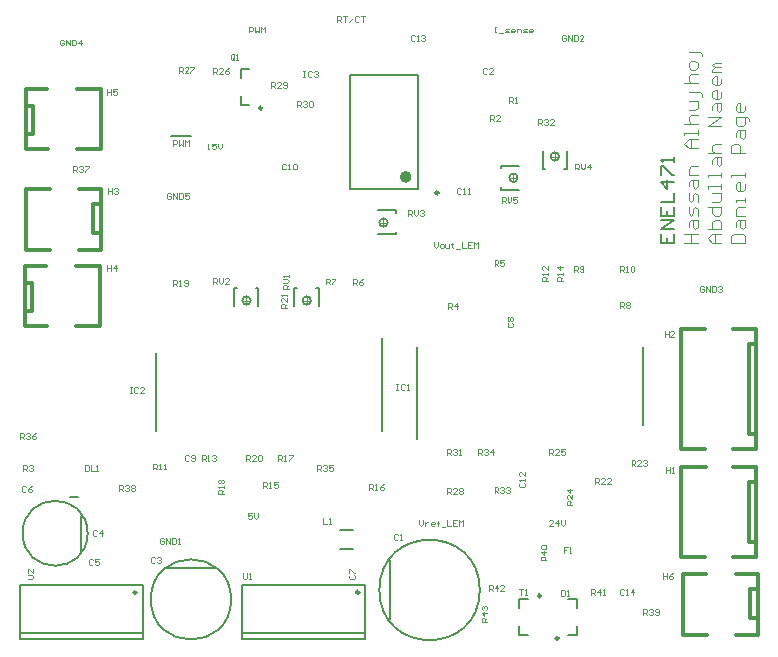
<source format=gto>
G04*
G04 #@! TF.GenerationSoftware,Altium Limited,Altium Designer,19.1.9 (167)*
G04*
G04 Layer_Color=65535*
%FSLAX43Y43*%
%MOMM*%
G71*
G01*
G75*
%ADD10C,0.200*%
%ADD11C,0.500*%
%ADD12C,0.250*%
%ADD13C,0.150*%
%ADD14C,0.100*%
%ADD15C,0.305*%
%ADD16C,0.300*%
D10*
X31754Y35700D02*
G03*
X31754Y35700I-354J0D01*
G01*
X42754Y39500D02*
G03*
X42754Y39500I-354J0D01*
G01*
X46254Y41300D02*
G03*
X46254Y41300I-354J0D01*
G01*
X20154Y29100D02*
G03*
X20154Y29100I-354J0D01*
G01*
X25254D02*
G03*
X25254Y29100I-354J0D01*
G01*
X13400Y43000D02*
X15100D01*
X32450Y36500D02*
Y36750D01*
Y34700D02*
Y34900D01*
X30950Y36750D02*
X32450D01*
X30950Y34700D02*
X32450D01*
X41350Y38450D02*
Y38700D01*
Y40300D02*
Y40500D01*
Y38450D02*
X42850D01*
X41350Y40500D02*
X42850D01*
X46700Y40250D02*
X46950D01*
X44900D02*
X45100D01*
X46950D02*
Y41750D01*
X44900Y40250D02*
Y41750D01*
X28580Y48170D02*
X34280D01*
X28580Y38570D02*
Y48170D01*
Y38570D02*
X34280D01*
Y48170D01*
X18750Y30150D02*
X19000D01*
X20600D02*
X20800D01*
X18750Y28650D02*
Y30150D01*
X20800Y28650D02*
Y30150D01*
X34212Y17352D02*
Y25202D01*
X53388Y18598D02*
Y25202D01*
X23850Y30150D02*
X24100D01*
X25700D02*
X25900D01*
X23850Y28650D02*
Y30150D01*
X25900Y28650D02*
Y30150D01*
X12132Y18067D02*
Y24671D01*
X31308Y18067D02*
Y25917D01*
X4850Y12450D02*
X5550D01*
X5775Y7900D02*
Y10900D01*
X19460Y450D02*
X29860D01*
X19460D02*
Y5050D01*
X29860D01*
X29860Y450D02*
Y5050D01*
X19460Y950D02*
X29860D01*
X13100Y6450D02*
X17100D01*
X600Y450D02*
X11000D01*
X600D02*
Y5050D01*
X11000D01*
X11000Y450D02*
Y5050D01*
X600Y950D02*
X11000D01*
X27750Y9700D02*
X28850D01*
X27750Y8100D02*
X28850D01*
X47800Y3050D02*
Y3800D01*
X47050D02*
X47800D01*
Y800D02*
Y1550D01*
X47050Y800D02*
X47800D01*
X42900Y800D02*
Y1550D01*
Y800D02*
X43650D01*
X42900Y3050D02*
Y3800D01*
X43650D01*
X19300Y45700D02*
X20050D01*
X19300D02*
Y46450D01*
Y48700D02*
X20050D01*
X19300Y47950D02*
Y48700D01*
X31975Y2100D02*
Y7100D01*
X54857Y34762D02*
Y34000D01*
X56000D01*
Y34762D01*
X55429Y34000D02*
Y34381D01*
X56000Y35143D02*
X54857D01*
X56000Y35904D01*
X54857D01*
Y37047D02*
Y36285D01*
X56000D01*
Y37047D01*
X55429Y36285D02*
Y36666D01*
X54857Y37428D02*
X56000D01*
Y38190D01*
Y39142D02*
X54857D01*
X55429Y38571D01*
Y39332D01*
X54857Y39713D02*
Y40475D01*
X55048D01*
X55810Y39713D01*
X56000D01*
Y40856D02*
Y41237D01*
Y41046D01*
X54857D01*
X55048Y40856D01*
D11*
X33530Y39570D02*
G03*
X33530Y39570I-250J0D01*
G01*
D12*
X36055Y38220D02*
G03*
X36055Y38220I-125J0D01*
G01*
X29335Y4400D02*
G03*
X29335Y4400I-125J0D01*
G01*
X10475D02*
G03*
X10475Y4400I-125J0D01*
G01*
X46225Y500D02*
G03*
X46225Y500I-125J0D01*
G01*
X44725Y4100D02*
G03*
X44725Y4100I-125J0D01*
G01*
X21125Y45400D02*
G03*
X21125Y45400I-125J0D01*
G01*
D13*
X6350Y9400D02*
G03*
X6350Y9400I-2750J0D01*
G01*
X18500Y3800D02*
G03*
X18500Y3800I-3400J0D01*
G01*
X39550Y4600D02*
G03*
X39550Y4600I-4250J0D01*
G01*
D14*
X31150Y35700D02*
X31650D01*
X31400Y35450D02*
Y35950D01*
X42150Y39500D02*
X42650D01*
X42400Y39250D02*
Y39750D01*
X45900Y41050D02*
Y41550D01*
X45650Y41300D02*
X46150D01*
X19800Y28850D02*
Y29350D01*
X19550Y29100D02*
X20050D01*
X24900Y28850D02*
Y29350D01*
X24650Y29100D02*
X25150D01*
X60857Y34000D02*
X62000D01*
Y34571D01*
X61810Y34762D01*
X61048D01*
X60857Y34571D01*
Y34000D01*
X61238Y35333D02*
Y35714D01*
X61429Y35904D01*
X62000D01*
Y35333D01*
X61810Y35143D01*
X61619Y35333D01*
Y35904D01*
X62000Y36285D02*
X61238D01*
Y36857D01*
X61429Y37047D01*
X62000D01*
Y37428D02*
Y37809D01*
Y37618D01*
X61238D01*
Y37428D01*
X62000Y38951D02*
Y38571D01*
X61810Y38380D01*
X61429D01*
X61238Y38571D01*
Y38951D01*
X61429Y39142D01*
X61619D01*
Y38380D01*
X62000Y39523D02*
Y39904D01*
Y39713D01*
X60857D01*
Y39523D01*
X62000Y41618D02*
X60857D01*
Y42189D01*
X61048Y42379D01*
X61429D01*
X61619Y42189D01*
Y41618D01*
X61238Y42951D02*
Y43331D01*
X61429Y43522D01*
X62000D01*
Y42951D01*
X61810Y42760D01*
X61619Y42951D01*
Y43522D01*
X62381Y44284D02*
Y44474D01*
X62190Y44665D01*
X61238D01*
Y44093D01*
X61429Y43903D01*
X61810D01*
X62000Y44093D01*
Y44665D01*
Y45617D02*
Y45236D01*
X61810Y45045D01*
X61429D01*
X61238Y45236D01*
Y45617D01*
X61429Y45807D01*
X61619D01*
Y45045D01*
X60000Y34000D02*
X59238D01*
X58857Y34381D01*
X59238Y34762D01*
X60000D01*
X59429D01*
Y34000D01*
X58857Y35143D02*
X60000D01*
Y35714D01*
X59810Y35904D01*
X59619D01*
X59429D01*
X59238Y35714D01*
Y35143D01*
X58857Y37047D02*
X60000D01*
Y36476D01*
X59810Y36285D01*
X59429D01*
X59238Y36476D01*
Y37047D01*
Y37428D02*
X59810D01*
X60000Y37618D01*
Y38190D01*
X59238D01*
X60000Y38571D02*
Y38951D01*
Y38761D01*
X58857D01*
Y38571D01*
X60000Y39523D02*
Y39904D01*
Y39713D01*
X58857D01*
Y39523D01*
X59238Y40665D02*
Y41046D01*
X59429Y41237D01*
X60000D01*
Y40665D01*
X59810Y40475D01*
X59619Y40665D01*
Y41237D01*
X58857Y41618D02*
X60000D01*
X59429D01*
X59238Y41808D01*
Y42189D01*
X59429Y42379D01*
X60000D01*
Y43903D02*
X58857D01*
X60000Y44665D01*
X58857D01*
X59238Y45236D02*
Y45617D01*
X59429Y45807D01*
X60000D01*
Y45236D01*
X59810Y45045D01*
X59619Y45236D01*
Y45807D01*
X60000Y46759D02*
Y46379D01*
X59810Y46188D01*
X59429D01*
X59238Y46379D01*
Y46759D01*
X59429Y46950D01*
X59619D01*
Y46188D01*
X60000Y47902D02*
Y47521D01*
X59810Y47331D01*
X59429D01*
X59238Y47521D01*
Y47902D01*
X59429Y48092D01*
X59619D01*
Y47331D01*
X60000Y48473D02*
X59238D01*
Y48664D01*
X59429Y48854D01*
X60000D01*
X59429D01*
X59238Y49045D01*
X59429Y49235D01*
X60000D01*
X56857Y34000D02*
X58000D01*
X57429D01*
Y34762D01*
X56857D01*
X58000D01*
X57238Y35333D02*
Y35714D01*
X57429Y35904D01*
X58000D01*
Y35333D01*
X57810Y35143D01*
X57619Y35333D01*
Y35904D01*
X58000Y36285D02*
Y36857D01*
X57810Y37047D01*
X57619Y36857D01*
Y36476D01*
X57429Y36285D01*
X57238Y36476D01*
Y37047D01*
X58000Y37428D02*
Y37999D01*
X57810Y38190D01*
X57619Y37999D01*
Y37618D01*
X57429Y37428D01*
X57238Y37618D01*
Y38190D01*
Y38761D02*
Y39142D01*
X57429Y39332D01*
X58000D01*
Y38761D01*
X57810Y38571D01*
X57619Y38761D01*
Y39332D01*
X58000Y39713D02*
X57238D01*
Y40284D01*
X57429Y40475D01*
X58000D01*
Y41998D02*
X57238D01*
X56857Y42379D01*
X57238Y42760D01*
X58000D01*
X57429D01*
Y41998D01*
X58000Y43141D02*
Y43522D01*
Y43331D01*
X56857D01*
Y43141D01*
Y44093D02*
X58000D01*
X57429D01*
X57238Y44284D01*
Y44665D01*
X57429Y44855D01*
X58000D01*
X57238Y45236D02*
X57810D01*
X58000Y45426D01*
Y45998D01*
X57238D01*
X58381Y46379D02*
Y46569D01*
X58190Y46759D01*
X57238D01*
X56857Y47521D02*
X58000D01*
X57429D01*
X57238Y47712D01*
Y48092D01*
X57429Y48283D01*
X58000D01*
Y48854D02*
Y49235D01*
X57810Y49426D01*
X57429D01*
X57238Y49235D01*
Y48854D01*
X57429Y48664D01*
X57810D01*
X58000Y48854D01*
X58381Y49806D02*
Y49997D01*
X58190Y50187D01*
X57238D01*
X13600Y42200D02*
Y42700D01*
X13850D01*
X13933Y42617D01*
Y42450D01*
X13850Y42367D01*
X13600D01*
X14100Y42700D02*
Y42200D01*
X14266Y42367D01*
X14433Y42200D01*
Y42700D01*
X14600Y42200D02*
Y42700D01*
X14766Y42533D01*
X14933Y42700D01*
Y42200D01*
X19500Y6000D02*
Y5583D01*
X19583Y5500D01*
X19750D01*
X19833Y5583D01*
Y6000D01*
X20000Y5500D02*
X20166D01*
X20083D01*
Y6000D01*
X20000Y5917D01*
X40200Y1900D02*
X39700D01*
Y2150D01*
X39783Y2233D01*
X39950D01*
X40033Y2150D01*
Y1900D01*
Y2067D02*
X40200Y2233D01*
Y2650D02*
X39700D01*
X39950Y2400D01*
Y2733D01*
X39783Y2900D02*
X39700Y2983D01*
Y3150D01*
X39783Y3233D01*
X39867D01*
X39950Y3150D01*
Y3066D01*
Y3150D01*
X40033Y3233D01*
X40117D01*
X40200Y3150D01*
Y2983D01*
X40117Y2900D01*
X9000Y13000D02*
Y13500D01*
X9250D01*
X9333Y13417D01*
Y13250D01*
X9250Y13167D01*
X9000D01*
X9167D02*
X9333Y13000D01*
X9500Y13417D02*
X9583Y13500D01*
X9750D01*
X9833Y13417D01*
Y13333D01*
X9750Y13250D01*
X9666D01*
X9750D01*
X9833Y13167D01*
Y13083D01*
X9750Y13000D01*
X9583D01*
X9500Y13083D01*
X10000Y13417D02*
X10083Y13500D01*
X10250D01*
X10333Y13417D01*
Y13333D01*
X10250Y13250D01*
X10333Y13167D01*
Y13083D01*
X10250Y13000D01*
X10083D01*
X10000Y13083D01*
Y13167D01*
X10083Y13250D01*
X10000Y13333D01*
Y13417D01*
X10083Y13250D02*
X10250D01*
X5100Y40000D02*
Y40500D01*
X5350D01*
X5433Y40417D01*
Y40250D01*
X5350Y40167D01*
X5100D01*
X5267D02*
X5433Y40000D01*
X5600Y40417D02*
X5683Y40500D01*
X5850D01*
X5933Y40417D01*
Y40333D01*
X5850Y40250D01*
X5766D01*
X5850D01*
X5933Y40167D01*
Y40083D01*
X5850Y40000D01*
X5683D01*
X5600Y40083D01*
X6100Y40500D02*
X6433D01*
Y40417D01*
X6100Y40083D01*
Y40000D01*
X650Y17402D02*
Y17901D01*
X900D01*
X983Y17818D01*
Y17652D01*
X900Y17568D01*
X650D01*
X817D02*
X983Y17402D01*
X1150Y17818D02*
X1233Y17901D01*
X1400D01*
X1483Y17818D01*
Y17735D01*
X1400Y17652D01*
X1317D01*
X1400D01*
X1483Y17568D01*
Y17485D01*
X1400Y17402D01*
X1233D01*
X1150Y17485D01*
X1983Y17901D02*
X1816Y17818D01*
X1650Y17652D01*
Y17485D01*
X1733Y17402D01*
X1900D01*
X1983Y17485D01*
Y17568D01*
X1900Y17652D01*
X1650D01*
X25800Y14700D02*
Y15200D01*
X26050D01*
X26133Y15117D01*
Y14950D01*
X26050Y14867D01*
X25800D01*
X25967D02*
X26133Y14700D01*
X26300Y15117D02*
X26383Y15200D01*
X26550D01*
X26633Y15117D01*
Y15033D01*
X26550Y14950D01*
X26466D01*
X26550D01*
X26633Y14867D01*
Y14783D01*
X26550Y14700D01*
X26383D01*
X26300Y14783D01*
X27133Y15200D02*
X26800D01*
Y14950D01*
X26966Y15033D01*
X27050D01*
X27133Y14950D01*
Y14783D01*
X27050Y14700D01*
X26883D01*
X26800Y14783D01*
X19800Y15500D02*
Y16000D01*
X20050D01*
X20133Y15917D01*
Y15750D01*
X20050Y15667D01*
X19800D01*
X19967D02*
X20133Y15500D01*
X20633D02*
X20300D01*
X20633Y15833D01*
Y15917D01*
X20550Y16000D01*
X20383D01*
X20300Y15917D01*
X20800D02*
X20883Y16000D01*
X21050D01*
X21133Y15917D01*
Y15583D01*
X21050Y15500D01*
X20883D01*
X20800Y15583D01*
Y15917D01*
X17900Y12700D02*
X17400D01*
Y12950D01*
X17483Y13033D01*
X17650D01*
X17733Y12950D01*
Y12700D01*
Y12867D02*
X17900Y13033D01*
Y13200D02*
Y13366D01*
Y13283D01*
X17400D01*
X17483Y13200D01*
Y13616D02*
X17400Y13700D01*
Y13866D01*
X17483Y13950D01*
X17567D01*
X17650Y13866D01*
X17733Y13950D01*
X17817D01*
X17900Y13866D01*
Y13700D01*
X17817Y13616D01*
X17733D01*
X17650Y13700D01*
X17567Y13616D01*
X17483D01*
X17650Y13700D02*
Y13866D01*
X22500Y15500D02*
Y16000D01*
X22750D01*
X22833Y15917D01*
Y15750D01*
X22750Y15667D01*
X22500D01*
X22667D02*
X22833Y15500D01*
X23000D02*
X23166D01*
X23083D01*
Y16000D01*
X23000Y15917D01*
X23416Y16000D02*
X23750D01*
Y15917D01*
X23416Y15583D01*
Y15500D01*
X30200Y13100D02*
Y13600D01*
X30450D01*
X30533Y13517D01*
Y13350D01*
X30450Y13267D01*
X30200D01*
X30367D02*
X30533Y13100D01*
X30700D02*
X30866D01*
X30783D01*
Y13600D01*
X30700Y13517D01*
X31450Y13600D02*
X31283Y13517D01*
X31116Y13350D01*
Y13183D01*
X31200Y13100D01*
X31366D01*
X31450Y13183D01*
Y13267D01*
X31366Y13350D01*
X31116D01*
X21200Y13200D02*
Y13700D01*
X21450D01*
X21533Y13617D01*
Y13450D01*
X21450Y13367D01*
X21200D01*
X21367D02*
X21533Y13200D01*
X21700D02*
X21866D01*
X21783D01*
Y13700D01*
X21700Y13617D01*
X22450Y13700D02*
X22116D01*
Y13450D01*
X22283Y13533D01*
X22366D01*
X22450Y13450D01*
Y13283D01*
X22366Y13200D01*
X22200D01*
X22116Y13283D01*
X16000Y15500D02*
Y16000D01*
X16250D01*
X16333Y15917D01*
Y15750D01*
X16250Y15667D01*
X16000D01*
X16167D02*
X16333Y15500D01*
X16500D02*
X16666D01*
X16583D01*
Y16000D01*
X16500Y15917D01*
X16916D02*
X17000Y16000D01*
X17166D01*
X17250Y15917D01*
Y15833D01*
X17166Y15750D01*
X17083D01*
X17166D01*
X17250Y15667D01*
Y15583D01*
X17166Y15500D01*
X17000D01*
X16916Y15583D01*
X11900Y14800D02*
Y15300D01*
X12150D01*
X12233Y15217D01*
Y15050D01*
X12150Y14967D01*
X11900D01*
X12067D02*
X12233Y14800D01*
X12400D02*
X12566D01*
X12483D01*
Y15300D01*
X12400Y15217D01*
X12816Y14800D02*
X12983D01*
X12900D01*
Y15300D01*
X12816Y15217D01*
X9900Y21800D02*
X10067D01*
X9983D01*
Y21300D01*
X9900D01*
X10067D01*
X10650Y21717D02*
X10566Y21800D01*
X10400D01*
X10317Y21717D01*
Y21383D01*
X10400Y21300D01*
X10566D01*
X10650Y21383D01*
X11150Y21300D02*
X10816D01*
X11150Y21633D01*
Y21717D01*
X11066Y21800D01*
X10900D01*
X10816Y21717D01*
X14933Y15917D02*
X14850Y16000D01*
X14683D01*
X14600Y15917D01*
Y15583D01*
X14683Y15500D01*
X14850D01*
X14933Y15583D01*
X15100D02*
X15183Y15500D01*
X15350D01*
X15433Y15583D01*
Y15917D01*
X15350Y16000D01*
X15183D01*
X15100Y15917D01*
Y15833D01*
X15183Y15750D01*
X15433D01*
X18784Y49532D02*
Y49865D01*
X18701Y49949D01*
X18535D01*
X18451Y49865D01*
Y49532D01*
X18535Y49449D01*
X18701D01*
X18618Y49615D02*
X18784Y49449D01*
X18701D02*
X18784Y49532D01*
X18951Y49449D02*
X19118D01*
X19034D01*
Y49949D01*
X18951Y49865D01*
X40300Y4500D02*
Y5000D01*
X40550D01*
X40633Y4917D01*
Y4750D01*
X40550Y4667D01*
X40300D01*
X40467D02*
X40633Y4500D01*
X41050D02*
Y5000D01*
X40800Y4750D01*
X41133D01*
X41633Y4500D02*
X41300D01*
X41633Y4833D01*
Y4917D01*
X41550Y5000D01*
X41383D01*
X41300Y4917D01*
X53400Y2500D02*
Y3000D01*
X53650D01*
X53733Y2917D01*
Y2750D01*
X53650Y2667D01*
X53400D01*
X53567D02*
X53733Y2500D01*
X53900Y2917D02*
X53983Y3000D01*
X54150D01*
X54233Y2917D01*
Y2833D01*
X54150Y2750D01*
X54066D01*
X54150D01*
X54233Y2667D01*
Y2583D01*
X54150Y2500D01*
X53983D01*
X53900Y2583D01*
X54400D02*
X54483Y2500D01*
X54650D01*
X54733Y2583D01*
Y2917D01*
X54650Y3000D01*
X54483D01*
X54400Y2917D01*
Y2833D01*
X54483Y2750D01*
X54733D01*
X45200Y7100D02*
X44700D01*
Y7350D01*
X44783Y7433D01*
X44950D01*
X45033Y7350D01*
Y7100D01*
Y7267D02*
X45200Y7433D01*
Y7850D02*
X44700D01*
X44950Y7600D01*
Y7933D01*
X44783Y8100D02*
X44700Y8183D01*
Y8350D01*
X44783Y8433D01*
X45117D01*
X45200Y8350D01*
Y8183D01*
X45117Y8100D01*
X44783D01*
X36900Y28400D02*
Y28900D01*
X37150D01*
X37233Y28817D01*
Y28650D01*
X37150Y28567D01*
X36900D01*
X37067D02*
X37233Y28400D01*
X37650D02*
Y28900D01*
X37400Y28650D01*
X37733D01*
X24100Y45500D02*
Y46000D01*
X24350D01*
X24433Y45917D01*
Y45750D01*
X24350Y45667D01*
X24100D01*
X24267D02*
X24433Y45500D01*
X24600Y45917D02*
X24683Y46000D01*
X24850D01*
X24933Y45917D01*
Y45833D01*
X24850Y45750D01*
X24766D01*
X24850D01*
X24933Y45667D01*
Y45583D01*
X24850Y45500D01*
X24683D01*
X24600Y45583D01*
X25100Y45917D02*
X25183Y46000D01*
X25350D01*
X25433Y45917D01*
Y45583D01*
X25350Y45500D01*
X25183D01*
X25100Y45583D01*
Y45917D01*
X40400Y44300D02*
Y44800D01*
X40650D01*
X40733Y44717D01*
Y44550D01*
X40650Y44467D01*
X40400D01*
X40567D02*
X40733Y44300D01*
X41233D02*
X40900D01*
X41233Y44633D01*
Y44717D01*
X41150Y44800D01*
X40983D01*
X40900Y44717D01*
X44500Y44000D02*
Y44500D01*
X44750D01*
X44833Y44417D01*
Y44250D01*
X44750Y44167D01*
X44500D01*
X44667D02*
X44833Y44000D01*
X45000Y44417D02*
X45083Y44500D01*
X45250D01*
X45333Y44417D01*
Y44333D01*
X45250Y44250D01*
X45166D01*
X45250D01*
X45333Y44167D01*
Y44083D01*
X45250Y44000D01*
X45083D01*
X45000Y44083D01*
X45833Y44000D02*
X45500D01*
X45833Y44333D01*
Y44417D01*
X45750Y44500D01*
X45583D01*
X45500Y44417D01*
X52400Y15100D02*
Y15600D01*
X52650D01*
X52733Y15517D01*
Y15350D01*
X52650Y15267D01*
X52400D01*
X52567D02*
X52733Y15100D01*
X53233D02*
X52900D01*
X53233Y15433D01*
Y15517D01*
X53150Y15600D01*
X52983D01*
X52900Y15517D01*
X53400D02*
X53483Y15600D01*
X53650D01*
X53733Y15517D01*
Y15433D01*
X53650Y15350D01*
X53566D01*
X53650D01*
X53733Y15267D01*
Y15183D01*
X53650Y15100D01*
X53483D01*
X53400Y15183D01*
X39400Y16000D02*
Y16500D01*
X39650D01*
X39733Y16417D01*
Y16250D01*
X39650Y16167D01*
X39400D01*
X39567D02*
X39733Y16000D01*
X39900Y16417D02*
X39983Y16500D01*
X40150D01*
X40233Y16417D01*
Y16333D01*
X40150Y16250D01*
X40066D01*
X40150D01*
X40233Y16167D01*
Y16083D01*
X40150Y16000D01*
X39983D01*
X39900Y16083D01*
X40650Y16000D02*
Y16500D01*
X40400Y16250D01*
X40733D01*
X36800Y16000D02*
Y16500D01*
X37050D01*
X37133Y16417D01*
Y16250D01*
X37050Y16167D01*
X36800D01*
X36967D02*
X37133Y16000D01*
X37300Y16417D02*
X37383Y16500D01*
X37550D01*
X37633Y16417D01*
Y16333D01*
X37550Y16250D01*
X37466D01*
X37550D01*
X37633Y16167D01*
Y16083D01*
X37550Y16000D01*
X37383D01*
X37300Y16083D01*
X37800Y16000D02*
X37966D01*
X37883D01*
Y16500D01*
X37800Y16417D01*
X36800Y12700D02*
Y13200D01*
X37050D01*
X37133Y13117D01*
Y12950D01*
X37050Y12867D01*
X36800D01*
X36967D02*
X37133Y12700D01*
X37633D02*
X37300D01*
X37633Y13033D01*
Y13117D01*
X37550Y13200D01*
X37383D01*
X37300Y13117D01*
X37800D02*
X37883Y13200D01*
X38050D01*
X38133Y13117D01*
Y13033D01*
X38050Y12950D01*
X38133Y12867D01*
Y12783D01*
X38050Y12700D01*
X37883D01*
X37800Y12783D01*
Y12867D01*
X37883Y12950D01*
X37800Y13033D01*
Y13117D01*
X37883Y12950D02*
X38050D01*
X17000Y30500D02*
Y31000D01*
X17250D01*
X17333Y30917D01*
Y30750D01*
X17250Y30667D01*
X17000D01*
X17167D02*
X17333Y30500D01*
X17500Y31000D02*
Y30667D01*
X17666Y30500D01*
X17833Y30667D01*
Y31000D01*
X18333Y30500D02*
X18000D01*
X18333Y30833D01*
Y30917D01*
X18250Y31000D01*
X18083D01*
X18000Y30917D01*
X23400Y30100D02*
X22900D01*
Y30350D01*
X22983Y30433D01*
X23150D01*
X23233Y30350D01*
Y30100D01*
Y30267D02*
X23400Y30433D01*
X22900Y30600D02*
X23233D01*
X23400Y30766D01*
X23233Y30933D01*
X22900D01*
X23400Y31100D02*
Y31266D01*
Y31183D01*
X22900D01*
X22983Y31100D01*
X23200Y28450D02*
X22700D01*
Y28700D01*
X22783Y28783D01*
X22950D01*
X23033Y28700D01*
Y28450D01*
Y28617D02*
X23200Y28783D01*
Y29283D02*
Y28950D01*
X22867Y29283D01*
X22783D01*
X22700Y29200D01*
Y29033D01*
X22783Y28950D01*
X23200Y29450D02*
Y29616D01*
Y29533D01*
X22700D01*
X22783Y29450D01*
X26500Y30467D02*
Y30967D01*
X26750D01*
X26833Y30884D01*
Y30717D01*
X26750Y30634D01*
X26500D01*
X26667D02*
X26833Y30467D01*
X27000Y30967D02*
X27333D01*
Y30884D01*
X27000Y30551D01*
Y30467D01*
X7133Y9617D02*
X7050Y9700D01*
X6883D01*
X6800Y9617D01*
Y9283D01*
X6883Y9200D01*
X7050D01*
X7133Y9283D01*
X7550Y9200D02*
Y9700D01*
X7300Y9450D01*
X7633D01*
X1260Y5500D02*
X1677D01*
X1760Y5583D01*
Y5750D01*
X1677Y5833D01*
X1260D01*
X1760Y6333D02*
Y6000D01*
X1427Y6333D01*
X1343D01*
X1260Y6250D01*
Y6083D01*
X1343Y6000D01*
X13433Y38117D02*
X13350Y38200D01*
X13183D01*
X13100Y38117D01*
Y37783D01*
X13183Y37700D01*
X13350D01*
X13433Y37783D01*
Y37950D01*
X13267D01*
X13600Y37700D02*
Y38200D01*
X13933Y37700D01*
Y38200D01*
X14100D02*
Y37700D01*
X14350D01*
X14433Y37783D01*
Y38117D01*
X14350Y38200D01*
X14100D01*
X14933D02*
X14600D01*
Y37950D01*
X14766Y38033D01*
X14849D01*
X14933Y37950D01*
Y37783D01*
X14849Y37700D01*
X14683D01*
X14600Y37783D01*
X34400Y10500D02*
Y10167D01*
X34567Y10000D01*
X34733Y10167D01*
Y10500D01*
X34900Y10333D02*
Y10000D01*
Y10167D01*
X34983Y10250D01*
X35066Y10333D01*
X35150D01*
X35650Y10000D02*
X35483D01*
X35400Y10083D01*
Y10250D01*
X35483Y10333D01*
X35650D01*
X35733Y10250D01*
Y10167D01*
X35400D01*
X35983Y10000D02*
Y10417D01*
Y10250D01*
X35900D01*
X36066D01*
X35983D01*
Y10417D01*
X36066Y10500D01*
X36316Y9917D02*
X36649D01*
X36816Y10500D02*
Y10000D01*
X37149D01*
X37649Y10500D02*
X37316D01*
Y10000D01*
X37649D01*
X37316Y10250D02*
X37482D01*
X37816Y10000D02*
Y10500D01*
X37982Y10333D01*
X38149Y10500D01*
Y10000D01*
X27500Y52700D02*
Y53200D01*
X27750D01*
X27833Y53117D01*
Y52950D01*
X27750Y52867D01*
X27500D01*
X27667D02*
X27833Y52700D01*
X28000Y53200D02*
X28333D01*
X28166D01*
Y52700D01*
X28500D02*
X28833Y53033D01*
X29333Y53117D02*
X29249Y53200D01*
X29083D01*
X29000Y53117D01*
Y52783D01*
X29083Y52700D01*
X29249D01*
X29333Y52783D01*
X29499Y53200D02*
X29833D01*
X29666D01*
Y52700D01*
X4333Y51117D02*
X4250Y51200D01*
X4083D01*
X4000Y51117D01*
Y50783D01*
X4083Y50700D01*
X4250D01*
X4333Y50783D01*
Y50950D01*
X4167D01*
X4500Y50700D02*
Y51200D01*
X4833Y50700D01*
Y51200D01*
X5000D02*
Y50700D01*
X5250D01*
X5333Y50783D01*
Y51117D01*
X5250Y51200D01*
X5000D01*
X5749Y50700D02*
Y51200D01*
X5500Y50950D01*
X5833D01*
X35650Y34032D02*
Y33699D01*
X35817Y33533D01*
X35984Y33699D01*
Y34032D01*
X36234Y33533D02*
X36400D01*
X36483Y33616D01*
Y33783D01*
X36400Y33866D01*
X36234D01*
X36150Y33783D01*
Y33616D01*
X36234Y33533D01*
X36650Y33866D02*
Y33616D01*
X36733Y33533D01*
X36983D01*
Y33866D01*
X37233Y33949D02*
Y33866D01*
X37150D01*
X37317D01*
X37233D01*
Y33616D01*
X37317Y33533D01*
X37566Y33449D02*
X37900D01*
X38066Y34032D02*
Y33533D01*
X38400D01*
X38899Y34032D02*
X38566D01*
Y33533D01*
X38899D01*
X38566Y33783D02*
X38733D01*
X39066Y33533D02*
Y34032D01*
X39233Y33866D01*
X39399Y34032D01*
Y33533D01*
X40800Y52300D02*
X40967D01*
X40883D01*
Y51800D01*
X40800D01*
X40967D01*
X41217Y51717D02*
X41550D01*
X41716Y51800D02*
X41966D01*
X42050Y51883D01*
X41966Y51967D01*
X41800D01*
X41716Y52050D01*
X41800Y52133D01*
X42050D01*
X42466Y51800D02*
X42300D01*
X42216Y51883D01*
Y52050D01*
X42300Y52133D01*
X42466D01*
X42549Y52050D01*
Y51967D01*
X42216D01*
X42716Y51800D02*
Y52133D01*
X42966D01*
X43049Y52050D01*
Y51800D01*
X43216D02*
X43466D01*
X43549Y51883D01*
X43466Y51967D01*
X43299D01*
X43216Y52050D01*
X43299Y52133D01*
X43549D01*
X43966Y51800D02*
X43799D01*
X43716Y51883D01*
Y52050D01*
X43799Y52133D01*
X43966D01*
X44049Y52050D01*
Y51967D01*
X43716D01*
X58533Y30217D02*
X58450Y30300D01*
X58283D01*
X58200Y30217D01*
Y29883D01*
X58283Y29800D01*
X58450D01*
X58533Y29883D01*
Y30050D01*
X58367D01*
X58700Y29800D02*
Y30300D01*
X59033Y29800D01*
Y30300D01*
X59200D02*
Y29800D01*
X59450D01*
X59533Y29883D01*
Y30217D01*
X59450Y30300D01*
X59200D01*
X59700Y30217D02*
X59783Y30300D01*
X59949D01*
X60033Y30217D01*
Y30133D01*
X59949Y30050D01*
X59866D01*
X59949D01*
X60033Y29967D01*
Y29883D01*
X59949Y29800D01*
X59783D01*
X59700Y29883D01*
X20233Y11100D02*
X19900D01*
Y10850D01*
X20067Y10933D01*
X20150D01*
X20233Y10850D01*
Y10683D01*
X20150Y10600D01*
X19983D01*
X19900Y10683D01*
X20400Y11100D02*
Y10767D01*
X20566Y10600D01*
X20733Y10767D01*
Y11100D01*
X46833Y51517D02*
X46750Y51600D01*
X46583D01*
X46500Y51517D01*
Y51183D01*
X46583Y51100D01*
X46750D01*
X46833Y51183D01*
Y51350D01*
X46667D01*
X47000Y51100D02*
Y51600D01*
X47333Y51100D01*
Y51600D01*
X47500D02*
Y51100D01*
X47750D01*
X47833Y51183D01*
Y51517D01*
X47750Y51600D01*
X47500D01*
X48333Y51100D02*
X48000D01*
X48333Y51433D01*
Y51517D01*
X48249Y51600D01*
X48083D01*
X48000Y51517D01*
X16500Y41900D02*
X16667D01*
X16583D01*
Y42400D01*
X16500Y42317D01*
X17250Y42400D02*
X16917D01*
Y42150D01*
X17083Y42233D01*
X17166D01*
X17250Y42150D01*
Y41983D01*
X17166Y41900D01*
X17000D01*
X16917Y41983D01*
X17416Y42400D02*
Y42067D01*
X17583Y41900D01*
X17750Y42067D01*
Y42400D01*
X12833Y8917D02*
X12750Y9000D01*
X12583D01*
X12500Y8917D01*
Y8583D01*
X12583Y8500D01*
X12750D01*
X12833Y8583D01*
Y8750D01*
X12667D01*
X13000Y8500D02*
Y9000D01*
X13333Y8500D01*
Y9000D01*
X13500D02*
Y8500D01*
X13750D01*
X13833Y8583D01*
Y8917D01*
X13750Y9000D01*
X13500D01*
X14000Y8500D02*
X14166D01*
X14083D01*
Y9000D01*
X14000Y8917D01*
X45733Y10000D02*
X45400D01*
X45733Y10333D01*
Y10417D01*
X45650Y10500D01*
X45483D01*
X45400Y10417D01*
X46150Y10000D02*
Y10500D01*
X45900Y10250D01*
X46233D01*
X46400Y10500D02*
Y10167D01*
X46566Y10000D01*
X46733Y10167D01*
Y10500D01*
X20000Y51800D02*
Y52300D01*
X20250D01*
X20333Y52217D01*
Y52050D01*
X20250Y51967D01*
X20000D01*
X20500Y52300D02*
Y51800D01*
X20666Y51967D01*
X20833Y51800D01*
Y52300D01*
X21000Y51800D02*
Y52300D01*
X21166Y52133D01*
X21333Y52300D01*
Y51800D01*
X42900Y4700D02*
X43233D01*
X43067D01*
Y4200D01*
X43400D02*
X43566D01*
X43483D01*
Y4700D01*
X43400Y4617D01*
X41400Y37400D02*
Y37900D01*
X41650D01*
X41733Y37817D01*
Y37650D01*
X41650Y37567D01*
X41400D01*
X41567D02*
X41733Y37400D01*
X41900Y37900D02*
Y37567D01*
X42066Y37400D01*
X42233Y37567D01*
Y37900D01*
X42733D02*
X42400D01*
Y37650D01*
X42566Y37733D01*
X42650D01*
X42733Y37650D01*
Y37483D01*
X42650Y37400D01*
X42483D01*
X42400Y37483D01*
X47600Y40200D02*
Y40700D01*
X47850D01*
X47933Y40617D01*
Y40450D01*
X47850Y40367D01*
X47600D01*
X47767D02*
X47933Y40200D01*
X48100Y40700D02*
Y40367D01*
X48266Y40200D01*
X48433Y40367D01*
Y40700D01*
X48850Y40200D02*
Y40700D01*
X48600Y40450D01*
X48933D01*
X33500Y36300D02*
Y36800D01*
X33750D01*
X33833Y36717D01*
Y36550D01*
X33750Y36467D01*
X33500D01*
X33667D02*
X33833Y36300D01*
X34000Y36800D02*
Y36467D01*
X34166Y36300D01*
X34333Y36467D01*
Y36800D01*
X34500Y36717D02*
X34583Y36800D01*
X34750D01*
X34833Y36717D01*
Y36633D01*
X34750Y36550D01*
X34666D01*
X34750D01*
X34833Y36467D01*
Y36383D01*
X34750Y36300D01*
X34583D01*
X34500Y36383D01*
X49000Y4200D02*
Y4700D01*
X49250D01*
X49333Y4617D01*
Y4450D01*
X49250Y4367D01*
X49000D01*
X49167D02*
X49333Y4200D01*
X49750D02*
Y4700D01*
X49500Y4450D01*
X49833D01*
X50000Y4200D02*
X50166D01*
X50083D01*
Y4700D01*
X50000Y4617D01*
X21900Y47100D02*
Y47600D01*
X22150D01*
X22233Y47517D01*
Y47350D01*
X22150Y47267D01*
X21900D01*
X22067D02*
X22233Y47100D01*
X22733D02*
X22400D01*
X22733Y47433D01*
Y47517D01*
X22650Y47600D01*
X22483D01*
X22400Y47517D01*
X22900Y47183D02*
X22983Y47100D01*
X23150D01*
X23233Y47183D01*
Y47517D01*
X23150Y47600D01*
X22983D01*
X22900Y47517D01*
Y47433D01*
X22983Y47350D01*
X23233D01*
X14057Y48407D02*
Y48907D01*
X14307D01*
X14390Y48824D01*
Y48657D01*
X14307Y48574D01*
X14057D01*
X14224D02*
X14390Y48407D01*
X14890D02*
X14557D01*
X14890Y48741D01*
Y48824D01*
X14807Y48907D01*
X14640D01*
X14557Y48824D01*
X15057Y48907D02*
X15390D01*
Y48824D01*
X15057Y48491D01*
Y48407D01*
X40800Y12800D02*
Y13300D01*
X41050D01*
X41133Y13217D01*
Y13050D01*
X41050Y12967D01*
X40800D01*
X40967D02*
X41133Y12800D01*
X41300Y13217D02*
X41383Y13300D01*
X41550D01*
X41633Y13217D01*
Y13133D01*
X41550Y13050D01*
X41466D01*
X41550D01*
X41633Y12967D01*
Y12883D01*
X41550Y12800D01*
X41383D01*
X41300Y12883D01*
X41800Y13217D02*
X41883Y13300D01*
X42050D01*
X42133Y13217D01*
Y13133D01*
X42050Y13050D01*
X41966D01*
X42050D01*
X42133Y12967D01*
Y12883D01*
X42050Y12800D01*
X41883D01*
X41800Y12883D01*
X17003Y48257D02*
Y48756D01*
X17253D01*
X17337Y48673D01*
Y48507D01*
X17253Y48423D01*
X17003D01*
X17170D02*
X17337Y48257D01*
X17836D02*
X17503D01*
X17836Y48590D01*
Y48673D01*
X17753Y48756D01*
X17587D01*
X17503Y48673D01*
X18336Y48756D02*
X18170Y48673D01*
X18003Y48507D01*
Y48340D01*
X18086Y48257D01*
X18253D01*
X18336Y48340D01*
Y48423D01*
X18253Y48507D01*
X18003D01*
X13597Y30366D02*
Y30865D01*
X13847D01*
X13930Y30782D01*
Y30616D01*
X13847Y30532D01*
X13597D01*
X13763D02*
X13930Y30366D01*
X14097D02*
X14263D01*
X14180D01*
Y30865D01*
X14097Y30782D01*
X14513Y30449D02*
X14596Y30366D01*
X14763D01*
X14846Y30449D01*
Y30782D01*
X14763Y30865D01*
X14596D01*
X14513Y30782D01*
Y30699D01*
X14596Y30616D01*
X14846D01*
X28811Y30416D02*
Y30916D01*
X29061D01*
X29145Y30833D01*
Y30666D01*
X29061Y30583D01*
X28811D01*
X28978D02*
X29145Y30416D01*
X29644Y30916D02*
X29478Y30833D01*
X29311Y30666D01*
Y30500D01*
X29395Y30416D01*
X29561D01*
X29644Y30500D01*
Y30583D01*
X29561Y30666D01*
X29311D01*
X42000Y45800D02*
Y46300D01*
X42250D01*
X42333Y46217D01*
Y46050D01*
X42250Y45967D01*
X42000D01*
X42167D02*
X42333Y45800D01*
X42500D02*
X42666D01*
X42583D01*
Y46300D01*
X42500Y46217D01*
X51400Y31500D02*
Y32000D01*
X51650D01*
X51733Y31917D01*
Y31750D01*
X51650Y31667D01*
X51400D01*
X51567D02*
X51733Y31500D01*
X51900D02*
X52066D01*
X51983D01*
Y32000D01*
X51900Y31917D01*
X52316D02*
X52400Y32000D01*
X52566D01*
X52650Y31917D01*
Y31583D01*
X52566Y31500D01*
X52400D01*
X52316Y31583D01*
Y31917D01*
X45400Y16000D02*
Y16500D01*
X45650D01*
X45733Y16417D01*
Y16250D01*
X45650Y16167D01*
X45400D01*
X45567D02*
X45733Y16000D01*
X46233D02*
X45900D01*
X46233Y16333D01*
Y16417D01*
X46150Y16500D01*
X45983D01*
X45900Y16417D01*
X46733Y16500D02*
X46400D01*
Y16250D01*
X46566Y16333D01*
X46650D01*
X46733Y16250D01*
Y16083D01*
X46650Y16000D01*
X46483D01*
X46400Y16083D01*
X47400Y11800D02*
X46900D01*
Y12050D01*
X46983Y12133D01*
X47150D01*
X47233Y12050D01*
Y11800D01*
Y11967D02*
X47400Y12133D01*
Y12633D02*
Y12300D01*
X47067Y12633D01*
X46983D01*
X46900Y12550D01*
Y12383D01*
X46983Y12300D01*
X47400Y13050D02*
X46900D01*
X47150Y12800D01*
Y13133D01*
X49300Y13600D02*
Y14100D01*
X49550D01*
X49633Y14017D01*
Y13850D01*
X49550Y13767D01*
X49300D01*
X49467D02*
X49633Y13600D01*
X50133D02*
X49800D01*
X50133Y13933D01*
Y14017D01*
X50050Y14100D01*
X49883D01*
X49800Y14017D01*
X50633Y13600D02*
X50300D01*
X50633Y13933D01*
Y14017D01*
X50550Y14100D01*
X50383D01*
X50300Y14017D01*
X46600Y30800D02*
X46100D01*
Y31050D01*
X46183Y31133D01*
X46350D01*
X46433Y31050D01*
Y30800D01*
Y30967D02*
X46600Y31133D01*
Y31300D02*
Y31466D01*
Y31383D01*
X46100D01*
X46183Y31300D01*
X46600Y31966D02*
X46100D01*
X46350Y31716D01*
Y32050D01*
X45300Y30800D02*
X44800D01*
Y31050D01*
X44883Y31133D01*
X45050D01*
X45133Y31050D01*
Y30800D01*
Y30967D02*
X45300Y31133D01*
Y31300D02*
Y31466D01*
Y31383D01*
X44800D01*
X44883Y31300D01*
X45300Y32050D02*
Y31716D01*
X44967Y32050D01*
X44883D01*
X44800Y31966D01*
Y31800D01*
X44883Y31716D01*
X47500Y31500D02*
Y32000D01*
X47750D01*
X47833Y31917D01*
Y31750D01*
X47750Y31667D01*
X47500D01*
X47667D02*
X47833Y31500D01*
X48000Y31583D02*
X48083Y31500D01*
X48250D01*
X48333Y31583D01*
Y31917D01*
X48250Y32000D01*
X48083D01*
X48000Y31917D01*
Y31833D01*
X48083Y31750D01*
X48333D01*
X51400Y28500D02*
Y29000D01*
X51650D01*
X51733Y28917D01*
Y28750D01*
X51650Y28667D01*
X51400D01*
X51567D02*
X51733Y28500D01*
X51900Y28917D02*
X51983Y29000D01*
X52150D01*
X52233Y28917D01*
Y28833D01*
X52150Y28750D01*
X52233Y28667D01*
Y28583D01*
X52150Y28500D01*
X51983D01*
X51900Y28583D01*
Y28667D01*
X51983Y28750D01*
X51900Y28833D01*
Y28917D01*
X51983Y28750D02*
X52150D01*
X900Y14700D02*
Y15200D01*
X1150D01*
X1233Y15117D01*
Y14950D01*
X1150Y14867D01*
X900D01*
X1067D02*
X1233Y14700D01*
X1400Y15117D02*
X1483Y15200D01*
X1650D01*
X1733Y15117D01*
Y15033D01*
X1650Y14950D01*
X1566D01*
X1650D01*
X1733Y14867D01*
Y14783D01*
X1650Y14700D01*
X1483D01*
X1400Y14783D01*
X40800Y32000D02*
Y32500D01*
X41050D01*
X41133Y32417D01*
Y32250D01*
X41050Y32167D01*
X40800D01*
X40967D02*
X41133Y32000D01*
X41633Y32500D02*
X41300D01*
Y32250D01*
X41466Y32333D01*
X41550D01*
X41633Y32250D01*
Y32083D01*
X41550Y32000D01*
X41383D01*
X41300Y32083D01*
X26300Y10700D02*
Y10200D01*
X26633D01*
X26800D02*
X26966D01*
X26883D01*
Y10700D01*
X26800Y10617D01*
X24600Y48500D02*
X24767D01*
X24683D01*
Y48000D01*
X24600D01*
X24767D01*
X25350Y48417D02*
X25266Y48500D01*
X25100D01*
X25017Y48417D01*
Y48083D01*
X25100Y48000D01*
X25266D01*
X25350Y48083D01*
X25516Y48417D02*
X25600Y48500D01*
X25766D01*
X25850Y48417D01*
Y48333D01*
X25766Y48250D01*
X25683D01*
X25766D01*
X25850Y48167D01*
Y48083D01*
X25766Y48000D01*
X25600D01*
X25516Y48083D01*
X32500Y22000D02*
X32667D01*
X32583D01*
Y21500D01*
X32500D01*
X32667D01*
X33250Y21917D02*
X33166Y22000D01*
X33000D01*
X32917Y21917D01*
Y21583D01*
X33000Y21500D01*
X33166D01*
X33250Y21583D01*
X33416Y21500D02*
X33583D01*
X33500D01*
Y22000D01*
X33416Y21917D01*
X55100Y6000D02*
Y5500D01*
Y5750D01*
X55433D01*
Y6000D01*
Y5500D01*
X55933Y6000D02*
X55766Y5917D01*
X55600Y5750D01*
Y5583D01*
X55683Y5500D01*
X55850D01*
X55933Y5583D01*
Y5667D01*
X55850Y5750D01*
X55600D01*
X8000Y47000D02*
Y46500D01*
Y46750D01*
X8333D01*
Y47000D01*
Y46500D01*
X8833Y47000D02*
X8500D01*
Y46750D01*
X8666Y46833D01*
X8750D01*
X8833Y46750D01*
Y46583D01*
X8750Y46500D01*
X8583D01*
X8500Y46583D01*
X8000Y32100D02*
Y31600D01*
Y31850D01*
X8333D01*
Y32100D01*
Y31600D01*
X8750D02*
Y32100D01*
X8500Y31850D01*
X8833D01*
X8100Y38600D02*
Y38100D01*
Y38350D01*
X8433D01*
Y38600D01*
Y38100D01*
X8600Y38517D02*
X8683Y38600D01*
X8850D01*
X8933Y38517D01*
Y38433D01*
X8850Y38350D01*
X8766D01*
X8850D01*
X8933Y38267D01*
Y38183D01*
X8850Y38100D01*
X8683D01*
X8600Y38183D01*
X55200Y26500D02*
Y26000D01*
Y26250D01*
X55533D01*
Y26500D01*
Y26000D01*
X56033D02*
X55700D01*
X56033Y26333D01*
Y26417D01*
X55950Y26500D01*
X55783D01*
X55700Y26417D01*
X55300Y15000D02*
Y14500D01*
Y14750D01*
X55633D01*
Y15000D01*
Y14500D01*
X55800D02*
X55966D01*
X55883D01*
Y15000D01*
X55800Y14917D01*
X46983Y8200D02*
X46650D01*
Y7950D01*
X46817D01*
X46650D01*
Y7700D01*
X47150D02*
X47316D01*
X47233D01*
Y8200D01*
X47150Y8117D01*
X6100Y15200D02*
Y14700D01*
X6350D01*
X6433Y14783D01*
Y15117D01*
X6350Y15200D01*
X6100D01*
X6600D02*
Y14700D01*
X6933D01*
X7100D02*
X7266D01*
X7183D01*
Y15200D01*
X7100Y15117D01*
X46400Y4600D02*
Y4100D01*
X46650D01*
X46733Y4183D01*
Y4517D01*
X46650Y4600D01*
X46400D01*
X46900Y4100D02*
X47066D01*
X46983D01*
Y4600D01*
X46900Y4517D01*
X51733Y4617D02*
X51650Y4700D01*
X51483D01*
X51400Y4617D01*
Y4283D01*
X51483Y4200D01*
X51650D01*
X51733Y4283D01*
X51900Y4200D02*
X52066D01*
X51983D01*
Y4700D01*
X51900Y4617D01*
X52566Y4200D02*
Y4700D01*
X52316Y4450D01*
X52650D01*
X42983Y13633D02*
X42900Y13550D01*
Y13383D01*
X42983Y13300D01*
X43317D01*
X43400Y13383D01*
Y13550D01*
X43317Y13633D01*
X43400Y13800D02*
Y13966D01*
Y13883D01*
X42900D01*
X42983Y13800D01*
X43400Y14550D02*
Y14216D01*
X43067Y14550D01*
X42983D01*
X42900Y14466D01*
Y14300D01*
X42983Y14216D01*
X40133Y48717D02*
X40050Y48800D01*
X39883D01*
X39800Y48717D01*
Y48383D01*
X39883Y48300D01*
X40050D01*
X40133Y48383D01*
X40633Y48300D02*
X40300D01*
X40633Y48633D01*
Y48717D01*
X40550Y48800D01*
X40383D01*
X40300Y48717D01*
X34033Y51517D02*
X33950Y51600D01*
X33783D01*
X33700Y51517D01*
Y51183D01*
X33783Y51100D01*
X33950D01*
X34033Y51183D01*
X34200Y51100D02*
X34366D01*
X34283D01*
Y51600D01*
X34200Y51517D01*
X34616D02*
X34700Y51600D01*
X34866D01*
X34950Y51517D01*
Y51433D01*
X34866Y51350D01*
X34783D01*
X34866D01*
X34950Y51267D01*
Y51183D01*
X34866Y51100D01*
X34700D01*
X34616Y51183D01*
X37933Y38517D02*
X37850Y38600D01*
X37683D01*
X37600Y38517D01*
Y38183D01*
X37683Y38100D01*
X37850D01*
X37933Y38183D01*
X38100Y38100D02*
X38266D01*
X38183D01*
Y38600D01*
X38100Y38517D01*
X38516Y38100D02*
X38683D01*
X38600D01*
Y38600D01*
X38516Y38517D01*
X23133Y40617D02*
X23050Y40700D01*
X22883D01*
X22800Y40617D01*
Y40283D01*
X22883Y40200D01*
X23050D01*
X23133Y40283D01*
X23300Y40200D02*
X23466D01*
X23383D01*
Y40700D01*
X23300Y40617D01*
X23716D02*
X23800Y40700D01*
X23966D01*
X24050Y40617D01*
Y40283D01*
X23966Y40200D01*
X23800D01*
X23716Y40283D01*
Y40617D01*
X28583Y5833D02*
X28500Y5750D01*
Y5583D01*
X28583Y5500D01*
X28917D01*
X29000Y5583D01*
Y5750D01*
X28917Y5833D01*
X28500Y6000D02*
Y6333D01*
X28583D01*
X28917Y6000D01*
X29000D01*
X1133Y13317D02*
X1050Y13400D01*
X883D01*
X800Y13317D01*
Y12983D01*
X883Y12900D01*
X1050D01*
X1133Y12983D01*
X1633Y13400D02*
X1466Y13317D01*
X1300Y13150D01*
Y12983D01*
X1383Y12900D01*
X1550D01*
X1633Y12983D01*
Y13067D01*
X1550Y13150D01*
X1300D01*
X6833Y7117D02*
X6750Y7200D01*
X6583D01*
X6500Y7117D01*
Y6783D01*
X6583Y6700D01*
X6750D01*
X6833Y6783D01*
X7333Y7200D02*
X7000D01*
Y6950D01*
X7166Y7033D01*
X7250D01*
X7333Y6950D01*
Y6783D01*
X7250Y6700D01*
X7083D01*
X7000Y6783D01*
X41983Y27233D02*
X41900Y27150D01*
Y26983D01*
X41983Y26900D01*
X42317D01*
X42400Y26983D01*
Y27150D01*
X42317Y27233D01*
X41983Y27400D02*
X41900Y27483D01*
Y27650D01*
X41983Y27733D01*
X42067D01*
X42150Y27650D01*
X42233Y27733D01*
X42317D01*
X42400Y27650D01*
Y27483D01*
X42317Y27400D01*
X42233D01*
X42150Y27483D01*
X42067Y27400D01*
X41983D01*
X42150Y27483D02*
Y27650D01*
X12033Y7317D02*
X11950Y7400D01*
X11783D01*
X11700Y7317D01*
Y6983D01*
X11783Y6900D01*
X11950D01*
X12033Y6983D01*
X12200Y7317D02*
X12283Y7400D01*
X12450D01*
X12533Y7317D01*
Y7233D01*
X12450Y7150D01*
X12366D01*
X12450D01*
X12533Y7067D01*
Y6983D01*
X12450Y6900D01*
X12283D01*
X12200Y6983D01*
X32633Y9217D02*
X32550Y9300D01*
X32383D01*
X32300Y9217D01*
Y8883D01*
X32383Y8800D01*
X32550D01*
X32633Y8883D01*
X32800Y8800D02*
X32966D01*
X32883D01*
Y9300D01*
X32800Y9217D01*
D15*
X1125Y43200D02*
X1760D01*
X1125Y45575D02*
X1760D01*
Y43200D02*
Y45575D01*
X1125Y41930D02*
Y47050D01*
X7475Y41930D02*
Y47050D01*
X6840Y37240D02*
X7475D01*
X6840Y34865D02*
X7475D01*
X6840D02*
Y37240D01*
X7475Y33390D02*
Y38510D01*
X1125Y33390D02*
Y38510D01*
X1025Y28200D02*
X1660D01*
X1025Y30575D02*
X1660D01*
Y28200D02*
Y30575D01*
X1025Y26930D02*
Y32050D01*
X7375Y26930D02*
Y32050D01*
X62975Y7390D02*
Y8025D01*
X62340Y8660D02*
Y13740D01*
X62975D01*
X56625Y7390D02*
Y15010D01*
X62975Y7390D02*
Y15010D01*
X62340Y8660D02*
X62975D01*
X62340Y17800D02*
X62975D01*
Y16530D02*
Y26690D01*
X56625Y16530D02*
Y26690D01*
X62340Y25420D02*
X62975D01*
X62340Y17800D02*
Y25420D01*
X62440Y4640D02*
X63075D01*
X62440Y2265D02*
X63075D01*
X62440D02*
Y4640D01*
X63075Y790D02*
Y5910D01*
X56725Y790D02*
Y5910D01*
D16*
X1125Y41930D02*
X2980D01*
X1125Y47050D02*
X2950D01*
X5450D02*
X7475D01*
X5470Y41930D02*
X7475D01*
X5620Y38510D02*
X7475D01*
X5650Y33390D02*
X7475D01*
X1125D02*
X3150D01*
X1125Y38510D02*
X3130D01*
X1025Y26930D02*
X2880D01*
X1025Y32050D02*
X2850D01*
X5350D02*
X7375D01*
X5370Y26930D02*
X7375D01*
X60980Y15010D02*
X62975D01*
X56625D02*
X58670D01*
X60950Y7390D02*
X62975D01*
X56625D02*
X58650D01*
X60970Y26690D02*
X62975D01*
X56625D02*
X58630D01*
X60990Y16530D02*
X62975D01*
X56625D02*
X58590D01*
X61220Y5910D02*
X63075D01*
X61250Y790D02*
X63075D01*
X56725D02*
X58750D01*
X56725Y5910D02*
X58730D01*
M02*

</source>
